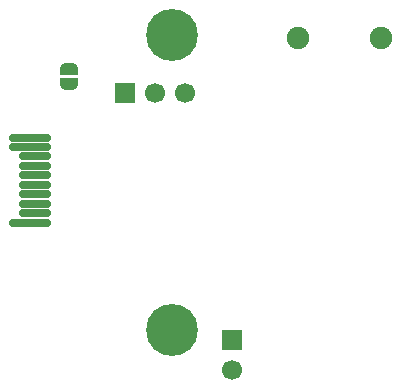
<source format=gbs>
G04 #@! TF.GenerationSoftware,KiCad,Pcbnew,9.0.3*
G04 #@! TF.CreationDate,2025-07-23T16:39:31+01:00*
G04 #@! TF.ProjectId,dectspansion,64656374-7370-4616-9e73-696f6e2e6b69,Prototype 2*
G04 #@! TF.SameCoordinates,Original*
G04 #@! TF.FileFunction,Soldermask,Bot*
G04 #@! TF.FilePolarity,Negative*
%FSLAX46Y46*%
G04 Gerber Fmt 4.6, Leading zero omitted, Abs format (unit mm)*
G04 Created by KiCad (PCBNEW 9.0.3) date 2025-07-23 16:39:31*
%MOMM*%
%LPD*%
G01*
G04 APERTURE LIST*
G04 Aperture macros list*
%AMRoundRect*
0 Rectangle with rounded corners*
0 $1 Rounding radius*
0 $2 $3 $4 $5 $6 $7 $8 $9 X,Y pos of 4 corners*
0 Add a 4 corners polygon primitive as box body*
4,1,4,$2,$3,$4,$5,$6,$7,$8,$9,$2,$3,0*
0 Add four circle primitives for the rounded corners*
1,1,$1+$1,$2,$3*
1,1,$1+$1,$4,$5*
1,1,$1+$1,$6,$7*
1,1,$1+$1,$8,$9*
0 Add four rect primitives between the rounded corners*
20,1,$1+$1,$2,$3,$4,$5,0*
20,1,$1+$1,$4,$5,$6,$7,0*
20,1,$1+$1,$6,$7,$8,$9,0*
20,1,$1+$1,$8,$9,$2,$3,0*%
%AMFreePoly0*
4,1,23,0.500000,-0.750000,0.000000,-0.750000,0.000000,-0.745722,-0.065263,-0.745722,-0.191342,-0.711940,-0.304381,-0.646677,-0.396677,-0.554381,-0.461940,-0.441342,-0.495722,-0.315263,-0.495722,-0.250000,-0.500000,-0.250000,-0.500000,0.250000,-0.495722,0.250000,-0.495722,0.315263,-0.461940,0.441342,-0.396677,0.554381,-0.304381,0.646677,-0.191342,0.711940,-0.065263,0.745722,0.000000,0.745722,
0.000000,0.750000,0.500000,0.750000,0.500000,-0.750000,0.500000,-0.750000,$1*%
%AMFreePoly1*
4,1,23,0.000000,0.745722,0.065263,0.745722,0.191342,0.711940,0.304381,0.646677,0.396677,0.554381,0.461940,0.441342,0.495722,0.315263,0.495722,0.250000,0.500000,0.250000,0.500000,-0.250000,0.495722,-0.250000,0.495722,-0.315263,0.461940,-0.441342,0.396677,-0.554381,0.304381,-0.646677,0.191342,-0.711940,0.065263,-0.745722,0.000000,-0.745722,0.000000,-0.750000,-0.500000,-0.750000,
-0.500000,0.750000,0.000000,0.750000,0.000000,0.745722,0.000000,0.745722,$1*%
G04 Aperture macros list end*
%ADD10C,1.900000*%
%ADD11RoundRect,0.150000X-1.600000X-0.150000X1.600000X-0.150000X1.600000X0.150000X-1.600000X0.150000X0*%
%ADD12RoundRect,0.150000X-1.200000X-0.150000X1.200000X-0.150000X1.200000X0.150000X-1.200000X0.150000X0*%
%ADD13C,0.700000*%
%ADD14C,4.400000*%
%ADD15R,1.700000X1.700000*%
%ADD16C,1.700000*%
%ADD17FreePoly0,90.000000*%
%ADD18FreePoly1,90.000000*%
G04 APERTURE END LIST*
D10*
X130160000Y-87780000D03*
X123160000Y-87780000D03*
D11*
X100500000Y-103400000D03*
D12*
X100900000Y-102600000D03*
X100900000Y-101800000D03*
X100900000Y-101000000D03*
X100900000Y-100200000D03*
X100900000Y-99400000D03*
X100900000Y-98600000D03*
X100900000Y-97800000D03*
D11*
X100500000Y-97000000D03*
X100500000Y-96200000D03*
D13*
X110850000Y-87500000D03*
X111333274Y-86333274D03*
X111333274Y-88666726D03*
X112500000Y-85850000D03*
D14*
X112500000Y-87500000D03*
D13*
X112500000Y-89150000D03*
X113666726Y-86333274D03*
X113666726Y-88666726D03*
X114150000Y-87500000D03*
D15*
X117620000Y-113310000D03*
D16*
X117620000Y-115850000D03*
D15*
X108540000Y-92430000D03*
D16*
X111080000Y-92430000D03*
X113620000Y-92430000D03*
D13*
X110850000Y-112500000D03*
X111333274Y-111333274D03*
X111333274Y-113666726D03*
X112500000Y-110850000D03*
D14*
X112500000Y-112500000D03*
D13*
X112500000Y-114150000D03*
X113666726Y-111333274D03*
X113666726Y-113666726D03*
X114150000Y-112500000D03*
D17*
X103750000Y-91650000D03*
D18*
X103750000Y-90350000D03*
M02*

</source>
